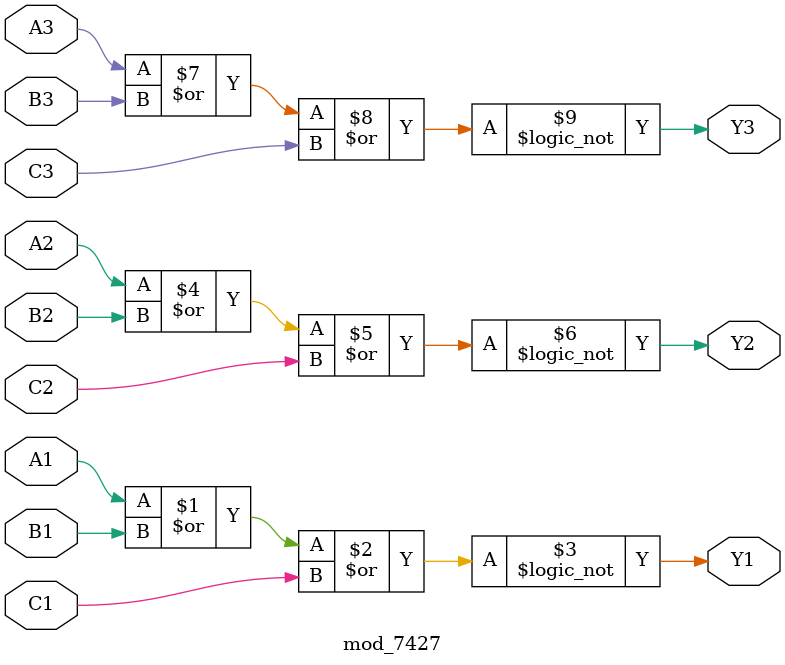
<source format=v>
module mod_7427 (
	input A1, input B1, input C1, output Y1, 
	input A2, input B2, input C2, output Y2, 
	input A3, input B3, input C3, output Y3 
);
	assign Y1 = !(A1 | B1 | C1);
	assign Y2 = !(A2 | B2 | C2);
	assign Y3 = !(A3 | B3 | C3);
endmodule

</source>
